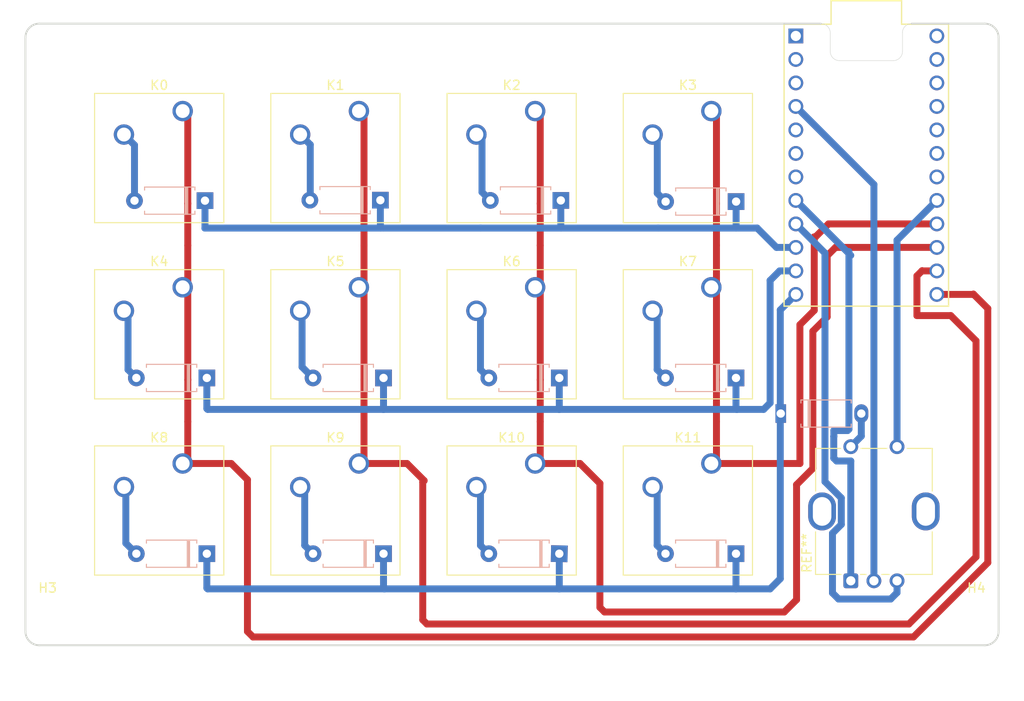
<source format=kicad_pcb>
(kicad_pcb (version 20221018) (generator pcbnew)
  (layers (0 "F.Cu" signal) (31 "B.Cu" signal) (34 "B.Paste" user) (35 "F.Paste" user) (36 "B.SilkS" user "B.Silkscreen") (37 "F.SilkS" user "F.Silkscreen") (38 "B.Mask" user) (39 "F.Mask" user) (44 "Edge.Cuts" user))
  (net 0 "")
  (net 1 "Net-(U1-Pad42)")
  (net 2 "/Row_0")
  (net 3 "/Row_1")
  (net 4 "/Row_2")
  (net 5 "/Col_0")
  (net 6 "/Col_1")
  (net 7 "/Col_2")
  (net 8 "/Col_3")
  (net 9 "/Col_4")
  (net 10 "Net-(D0-Pad2)")
  (net 11 "Net-(D1-Pad2)")
  (net 12 "Net-(D2-Pad2)")
  (net 13 "Net-(D3-Pad2)")
  (net 14 "Net-(D4-Pad2)")
  (net 15 "Net-(D5-Pad2)")
  (net 16 "Net-(D6-Pad2)")
  (net 17 "Net-(D7-Pad2)")
  (net 18 "Net-(D8-Pad2)")
  (net 19 "Net-(D9-Pad2)")
  (net 20 "Net-(D10-Pad2)")
  (net 21 "Net-(D11-Pad2)")
  (net 22 "Encoder_A")
  (net 23 "Encoder_B")
  (net 24 "Encoder_C")
  (footprint "Button_Switch_Keyboard:SW_Cherry_MX_1.00u_PCB" (layer "F.Cu") (at 165.5 108.45)
    (fp_text reference "K0" (at -2.54 -2.794) (layer "F.SilkS"))
    (fp_text value "Blank" hide)
    (pad "" np_thru_hole circle (at -7.62 5.08) (size 1.7 1.7) (drill 1.7) (layers "*.Cu" "*.Mask"))
    (pad "" np_thru_hole circle (at -2.54 5.08) (size 4 4) (drill 4) (layers "*.Cu" "*.Mask"))
    (pad "" np_thru_hole circle (at 2.54 5.08) (size 1.7 1.7) (drill 1.7) (layers "*.Cu" "*.Mask"))
    (pad "1" thru_hole circle (at 0 0) (size 2.2 2.2) (drill 1.5) (layers "*.Cu" "*.Mask") (net 5 "/Col_0"))
    (pad "2" thru_hole circle (at -6.35 2.54) (size 2.2 2.2) (drill 1.5) (layers "*.Cu" "*.Mask") (net 10 "Net-(D0-Pad2)"))
  )
  (footprint "MountingHole:MountingHole_3.2mm_M3_DIN965" (layer "F.Cu") (at 251.3 101.4)
    (fp_text reference "H2" hide)
    (fp_text value "MountingHole")
    (pad "" np_thru_hole circle (at 0 0) (size 3.2 3.2) (drill 3.2) (layers "*.Cu" "*.Mask"))
  )
  (footprint "MountingHole:MountingHole_3.2mm_M3_DIN965" (layer "F.Cu") (at 150.9 163.8)
    (fp_text reference "H3" (at 0 -3.8) (layer "F.SilkS"))
    (fp_text value "MountingHole")
    (pad "" np_thru_hole circle (at 0 0) (size 3.2 3.2) (drill 3.2) (layers "*.Cu" "*.Mask"))
  )
  (footprint "MountingHole:MountingHole_3.2mm_M3_DIN965" (layer "F.Cu") (at 251.3 163.8)
    (fp_text reference "H4" (at 0 -3.8) (layer "F.SilkS"))
    (fp_text value "MountingHole")
    (pad "" np_thru_hole circle (at 0 0) (size 3.2 3.2) (drill 3.2) (layers "*.Cu" "*.Mask"))
  )
  (footprint "MountingHole:MountingHole_3.2mm_M3_DIN965" (layer "F.Cu") (at 150.9 101.4)
    (fp_text reference "H1" hide)
    (fp_text value "MountingHole")
    (pad "" np_thru_hole circle (at 0 0) (size 3.2 3.2) (drill 3.2) (layers "*.Cu" "*.Mask"))
  )
  (footprint "Button_Switch_Keyboard:SW_Cherry_MX_1.00u_PCB" (layer "F.Cu") (at 222.65 127.5)
    (fp_text reference "K7" (at -2.54 -2.794) (layer "F.SilkS"))
    (fp_text value "Blank" hide)
    (pad "" np_thru_hole circle (at -7.62 5.08) (size 1.7 1.7) (drill 1.7) (layers "*.Cu" "*.Mask"))
    (pad "" np_thru_hole circle (at -2.54 5.08) (size 4 4) (drill 4) (layers "*.Cu" "*.Mask"))
    (pad "" np_thru_hole circle (at 2.54 5.08) (size 1.7 1.7) (drill 1.7) (layers "*.Cu" "*.Mask"))
    (pad "1" thru_hole circle (at 0 0) (size 2.2 2.2) (drill 1.5) (layers "*.Cu" "*.Mask") (net 8 "/Col_3"))
    (pad "2" thru_hole circle (at -6.35 2.54) (size 2.2 2.2) (drill 1.5) (layers "*.Cu" "*.Mask") (net 17 "Net-(D7-Pad2)"))
  )
  (footprint "ProMicro-EnforcedTop" (layer "F.Cu") (at 239.4 114.3 -90)
    (fp_text reference "REF**" hide)
    (fp_text value "ProMicro-EnforcedTop" hide)
    (pad "1" thru_hole rect (at -13.97 7.62 270) (size 1.6 1.6) (drill 1.1) (layers "*.Cu" "*.Mask"))
    (pad "2" thru_hole circle (at -11.43 7.62 270) (size 1.6 1.6) (drill 1.1) (layers "*.Cu" "*.Mask"))
    (pad "3" thru_hole circle (at -8.89 7.62 270) (size 1.6 1.6) (drill 1.1) (layers "*.Cu" "*.Mask"))
    (pad "4" thru_hole circle (at -6.35 7.62 270) (size 1.6 1.6) (drill 1.1) (layers "*.Cu" "*.Mask") (net 24 "Encoder_C"))
    (pad "5" thru_hole circle (at -3.81 7.62 270) (size 1.6 1.6) (drill 1.1) (layers "*.Cu" "*.Mask"))
    (pad "6" thru_hole circle (at -1.27 7.62 270) (size 1.6 1.6) (drill 1.1) (layers "*.Cu" "*.Mask"))
    (pad "7" thru_hole circle (at 1.27 7.62 270) (size 1.6 1.6) (drill 1.1) (layers "*.Cu" "*.Mask"))
    (pad "8" thru_hole circle (at 3.81 7.62 270) (size 1.6 1.6) (drill 1.1) (layers "*.Cu" "*.Mask") (net 22 "Encoder_A"))
    (pad "9" thru_hole circle (at 6.35 7.62 270) (size 1.6 1.6) (drill 1.1) (layers "*.Cu" "*.Mask") (net 23 "Encoder_B"))
    (pad "10" thru_hole circle (at 8.89 7.62 270) (size 1.6 1.6) (drill 1.1) (layers "*.Cu" "*.Mask") (net 2 "/Row_0"))
    (pad "11" thru_hole circle (at 11.43 7.62 270) (size 1.6 1.6) (drill 1.1) (layers "*.Cu" "*.Mask") (net 3 "/Row_1"))
    (pad "12" thru_hole circle (at 13.97 7.62 270) (size 1.6 1.6) (drill 1.1) (layers "*.Cu" "*.Mask") (net 4 "/Row_2"))
    (pad "13" thru_hole circle (at 13.97 -7.62 270) (size 1.6 1.6) (drill 1.1) (layers "*.Cu" "*.Mask") (net 5 "/Col_0"))
    (pad "14" thru_hole circle (at 11.43 -7.62 270) (size 1.6 1.6) (drill 1.1) (layers "*.Cu" "*.Mask") (net 6 "/Col_1"))
    (pad "15" thru_hole circle (at 8.89 -7.62 270) (size 1.6 1.6) (drill 1.1) (layers "*.Cu" "*.Mask") (net 7 "/Col_2"))
    (pad "16" thru_hole circle (at 6.35 -7.62 270) (size 1.6 1.6) (drill 1.1) (layers "*.Cu" "*.Mask") (net 8 "/Col_3"))
    (pad "17" thru_hole circle (at 3.81 -7.62 270) (size 1.6 1.6) (drill 1.1) (layers "*.Cu" "*.Mask") (net 9 "/Col_4"))
    (pad "18" thru_hole circle (at 1.27 -7.62 270) (size 1.6 1.6) (drill 1.1) (layers "*.Cu" "*.Mask"))
    (pad "19" thru_hole circle (at -1.27 -7.62 270) (size 1.6 1.6) (drill 1.1) (layers "*.Cu" "*.Mask"))
    (pad "20" thru_hole circle (at -3.81 -7.62 270) (size 1.6 1.6) (drill 1.1) (layers "*.Cu" "*.Mask"))
    (pad "21" thru_hole circle (at -6.35 -7.62 270) (size 1.6 1.6) (drill 1.1) (layers "*.Cu" "*.Mask"))
    (pad "22" thru_hole circle (at -8.89 -7.62 270) (size 1.6 1.6) (drill 1.1) (layers "*.Cu" "*.Mask"))
    (pad "23" thru_hole circle (at -11.43 -7.62 270) (size 1.6 1.6) (drill 1.1) (layers "*.Cu" "*.Mask"))
    (pad "24" thru_hole circle (at -13.97 -7.62 270) (size 1.6 1.6) (drill 1.1) (layers "*.Cu" "*.Mask"))
  )
  (footprint "Button_Switch_Keyboard:SW_Cherry_MX_1.00u_PCB" (layer "F.Cu") (at 222.65 108.45)
    (fp_text reference "K3" (at -2.54 -2.794) (layer "F.SilkS"))
    (fp_text value "Blank" hide)
    (pad "" np_thru_hole circle (at -7.62 5.08) (size 1.7 1.7) (drill 1.7) (layers "*.Cu" "*.Mask"))
    (pad "" np_thru_hole circle (at -2.54 5.08) (size 4 4) (drill 4) (layers "*.Cu" "*.Mask"))
    (pad "" np_thru_hole circle (at 2.54 5.08) (size 1.7 1.7) (drill 1.7) (layers "*.Cu" "*.Mask"))
    (pad "1" thru_hole circle (at 0 0) (size 2.2 2.2) (drill 1.5) (layers "*.Cu" "*.Mask") (net 8 "/Col_3"))
    (pad "2" thru_hole circle (at -6.35 2.54) (size 2.2 2.2) (drill 1.5) (layers "*.Cu" "*.Mask") (net 13 "Net-(D3-Pad2)"))
  )
  (footprint "Button_Switch_Keyboard:SW_Cherry_MX_1.00u_PCB" (layer "F.Cu") (at 184.55 127.5)
    (fp_text reference "K5" (at -2.54 -2.794) (layer "F.SilkS"))
    (fp_text value "Blank" hide)
    (pad "" np_thru_hole circle (at -7.62 5.08) (size 1.7 1.7) (drill 1.7) (layers "*.Cu" "*.Mask"))
    (pad "" np_thru_hole circle (at -2.54 5.08) (size 4 4) (drill 4) (layers "*.Cu" "*.Mask"))
    (pad "" np_thru_hole circle (at 2.54 5.08) (size 1.7 1.7) (drill 1.7) (layers "*.Cu" "*.Mask"))
    (pad "1" thru_hole circle (at 0 0) (size 2.2 2.2) (drill 1.5) (layers "*.Cu" "*.Mask") (net 6 "/Col_1"))
    (pad "2" thru_hole circle (at -6.35 2.54) (size 2.2 2.2) (drill 1.5) (layers "*.Cu" "*.Mask") (net 15 "Net-(D5-Pad2)"))
  )
  (footprint "Button_Switch_Keyboard:SW_Cherry_MX_1.00u_PCB" (layer "F.Cu") (at 203.6 108.45)
    (fp_text reference "K2" (at -2.54 -2.794) (layer "F.SilkS"))
    (fp_text value "Blank" hide)
    (pad "" np_thru_hole circle (at -7.62 5.08) (size 1.7 1.7) (drill 1.7) (layers "*.Cu" "*.Mask"))
    (pad "" np_thru_hole circle (at -2.54 5.08) (size 4 4) (drill 4) (layers "*.Cu" "*.Mask"))
    (pad "" np_thru_hole circle (at 2.54 5.08) (size 1.7 1.7) (drill 1.7) (layers "*.Cu" "*.Mask"))
    (pad "1" thru_hole circle (at 0 0) (size 2.2 2.2) (drill 1.5) (layers "*.Cu" "*.Mask") (net 7 "/Col_2"))
    (pad "2" thru_hole circle (at -6.35 2.54) (size 2.2 2.2) (drill 1.5) (layers "*.Cu" "*.Mask") (net 12 "Net-(D2-Pad2)"))
  )
  (footprint "Button_Switch_Keyboard:SW_Cherry_MX_1.00u_PCB" (layer "F.Cu") (at 222.65 146.55)
    (fp_text reference "K11" (at -2.54 -2.794) (layer "F.SilkS"))
    (fp_text value "Blank" hide)
    (pad "" np_thru_hole circle (at -7.62 5.08) (size 1.7 1.7) (drill 1.7) (layers "*.Cu" "*.Mask"))
    (pad "" np_thru_hole circle (at -2.54 5.08) (size 4 4) (drill 4) (layers "*.Cu" "*.Mask"))
    (pad "" np_thru_hole circle (at 2.54 5.08) (size 1.7 1.7) (drill 1.7) (layers "*.Cu" "*.Mask"))
    (pad "1" thru_hole circle (at 0 0) (size 2.2 2.2) (drill 1.5) (layers "*.Cu" "*.Mask") (net 8 "/Col_3"))
    (pad "2" thru_hole circle (at -6.35 2.54) (size 2.2 2.2) (drill 1.5) (layers "*.Cu" "*.Mask") (net 21 "Net-(D11-Pad2)"))
  )
  (footprint "Button_Switch_Keyboard:SW_Cherry_MX_1.00u_PCB" (layer "F.Cu") (at 184.55 146.55)
    (fp_text reference "K9" (at -2.54 -2.794) (layer "F.SilkS"))
    (fp_text value "Blank" hide)
    (pad "" np_thru_hole circle (at -7.62 5.08) (size 1.7 1.7) (drill 1.7) (layers "*.Cu" "*.Mask"))
    (pad "" np_thru_hole circle (at -2.54 5.08) (size 4 4) (drill 4) (layers "*.Cu" "*.Mask"))
    (pad "" np_thru_hole circle (at 2.54 5.08) (size 1.7 1.7) (drill 1.7) (layers "*.Cu" "*.Mask"))
    (pad "1" thru_hole circle (at 0 0) (size 2.2 2.2) (drill 1.5) (layers "*.Cu" "*.Mask") (net 6 "/Col_1"))
    (pad "2" thru_hole circle (at -6.35 2.54) (size 2.2 2.2) (drill 1.5) (layers "*.Cu" "*.Mask") (net 19 "Net-(D9-Pad2)"))
  )
  (footprint "Button_Switch_Keyboard:SW_Cherry_MX_1.00u_PCB" (layer "F.Cu") (at 165.5 146.55)
    (fp_text reference "K8" (at -2.54 -2.794) (layer "F.SilkS"))
    (fp_text value "Blank" hide)
    (pad "" np_thru_hole circle (at -7.62 5.08) (size 1.7 1.7) (drill 1.7) (layers "*.Cu" "*.Mask"))
    (pad "" np_thru_hole circle (at -2.54 5.08) (size 4 4) (drill 4) (layers "*.Cu" "*.Mask"))
    (pad "" np_thru_hole circle (at 2.54 5.08) (size 1.7 1.7) (drill 1.7) (layers "*.Cu" "*.Mask"))
    (pad "1" thru_hole circle (at 0 0) (size 2.2 2.2) (drill 1.5) (layers "*.Cu" "*.Mask") (net 5 "/Col_0"))
    (pad "2" thru_hole circle (at -6.35 2.54) (size 2.2 2.2) (drill 1.5) (layers "*.Cu" "*.Mask") (net 18 "Net-(D8-Pad2)"))
  )
  (footprint "Button_Switch_Keyboard:SW_Cherry_MX_1.00u_PCB" (layer "F.Cu") (at 203.6 127.5)
    (fp_text reference "K6" (at -2.54 -2.794) (layer "F.SilkS"))
    (fp_text value "Blank" hide)
    (pad "" np_thru_hole circle (at -7.62 5.08) (size 1.7 1.7) (drill 1.7) (layers "*.Cu" "*.Mask"))
    (pad "" np_thru_hole circle (at -2.54 5.08) (size 4 4) (drill 4) (layers "*.Cu" "*.Mask"))
    (pad "" np_thru_hole circle (at 2.54 5.08) (size 1.7 1.7) (drill 1.7) (layers "*.Cu" "*.Mask"))
    (pad "1" thru_hole circle (at 0 0) (size 2.2 2.2) (drill 1.5) (layers "*.Cu" "*.Mask") (net 7 "/Col_2"))
    (pad "2" thru_hole circle (at -6.35 2.54) (size 2.2 2.2) (drill 1.5) (layers "*.Cu" "*.Mask") (net 16 "Net-(D6-Pad2)"))
  )
  (footprint "Button_Switch_Keyboard:SW_Cherry_MX_1.00u_PCB" (layer "F.Cu") (at 203.6 146.55)
    (fp_text reference "K10" (at -2.54 -2.794) (layer "F.SilkS"))
    (fp_text value "Blank" hide)
    (pad "" np_thru_hole circle (at -7.62 5.08) (size 1.7 1.7) (drill 1.7) (layers "*.Cu" "*.Mask"))
    (pad "" np_thru_hole circle (at -2.54 5.08) (size 4 4) (drill 4) (layers "*.Cu" "*.Mask"))
    (pad "" np_thru_hole circle (at 2.54 5.08) (size 1.7 1.7) (drill 1.7) (layers "*.Cu" "*.Mask"))
    (pad "1" thru_hole circle (at 0 0) (size 2.2 2.2) (drill 1.5) (layers "*.Cu" "*.Mask") (net 7 "/Col_2"))
    (pad "2" thru_hole circle (at -6.35 2.54) (size 2.2 2.2) (drill 1.5) (layers "*.Cu" "*.Mask") (net 20 "Net-(D10-Pad2)"))
  )
  (footprint "Button_Switch_Keyboard:SW_Cherry_MX_1.00u_PCB" (layer "F.Cu") (at 165.5 127.5)
    (fp_text reference "K4" (at -2.54 -2.794) (layer "F.SilkS"))
    (fp_text value "Blank" hide)
    (pad "" np_thru_hole circle (at -7.62 5.08) (size 1.7 1.7) (drill 1.7) (layers "*.Cu" "*.Mask"))
    (pad "" np_thru_hole circle (at -2.54 5.08) (size 4 4) (drill 4) (layers "*.Cu" "*.Mask"))
    (pad "" np_thru_hole circle (at 2.54 5.08) (size 1.7 1.7) (drill 1.7) (layers "*.Cu" "*.Mask"))
    (pad "1" thru_hole circle (at 0 0) (size 2.2 2.2) (drill 1.5) (layers "*.Cu" "*.Mask") (net 5 "/Col_0"))
    (pad "2" thru_hole circle (at -6.35 2.54) (size 2.2 2.2) (drill 1.5) (layers "*.Cu" "*.Mask") (net 14 "Net-(D4-Pad2)"))
  )
  (footprint "Button_Switch_Keyboard:SW_Cherry_MX_1.00u_PCB" (layer "F.Cu") (at 184.55 108.45)
    (fp_text reference "K1" (at -2.54 -2.794) (layer "F.SilkS"))
    (fp_text value "Blank" hide)
    (pad "" np_thru_hole circle (at -7.62 5.08) (size 1.7 1.7) (drill 1.7) (layers "*.Cu" "*.Mask"))
    (pad "" np_thru_hole circle (at -2.54 5.08) (size 4 4) (drill 4) (layers "*.Cu" "*.Mask"))
    (pad "" np_thru_hole circle (at 2.54 5.08) (size 1.7 1.7) (drill 1.7) (layers "*.Cu" "*.Mask"))
    (pad "1" thru_hole circle (at 0 0) (size 2.2 2.2) (drill 1.5) (layers "*.Cu" "*.Mask") (net 6 "/Col_1"))
    (pad "2" thru_hole circle (at -6.35 2.54) (size 2.2 2.2) (drill 1.5) (layers "*.Cu" "*.Mask") (net 11 "Net-(D1-Pad2)"))
  )
  (footprint "Rotary_Encoder:RotaryEncoder_Bourns_Vertical_PEC12R-3x17F-Sxxxx" (layer "F.Cu") (at 237.72 159.23 90)
    (fp_text reference "REF**" (at 3 -4.75 90) (layer "F.SilkS"))
    (fp_text value "RotaryEncoder_Bourns_Vertical_PEC12R-3x17F-Sxxxx")
    (pad "A" thru_hole roundrect (at 0 0 90) (size 1.6 1.6) (drill 1) (layers "*.Cu" "*.Mask") (roundrect_rratio 0.15625) (net 22 "Encoder_A"))
    (pad "B" thru_hole circle (at 0 5 90) (size 1.6 1.6) (drill 1) (layers "*.Cu" "*.Mask") (net 23 "Encoder_B"))
    (pad "C" thru_hole circle (at 0 2.5 90) (size 1.6 1.6) (drill 1) (layers "*.Cu" "*.Mask") (net 24 "Encoder_C"))
    (pad "S1" thru_hole circle (at 14.5 0 90) (size 1.6 1.6) (drill 1) (layers "*.Cu" "*.Mask") (net 1 "Net-(U1-Pad42)"))
    (pad "S2" thru_hole circle (at 14.5 5 90) (size 1.6 1.6) (drill 1) (layers "*.Cu" "*.Mask") (net 9 "/Col_4"))
    (pad "SH" thru_hole oval (at 7.5 -3.1 90) (size 4.1 3) (drill oval 3.1 2) (layers "*.Cu" "*.Mask"))
    (pad "SH" thru_hole oval (at 7.5 8.1 90) (size 4.1 3) (drill oval 3.1 2) (layers "*.Cu" "*.Mask"))
  )
  (footprint "Diode_THT:D_A-405_P7.62mm_Horizontal" (layer "B.Cu") (at 225.31 137.3 180)
    (fp_text reference " " (at 3.81 2.47) (layer "F.SilkS"))
    (fp_text value " " hide)
    (fp_text user " " (at 0 1.9) (layer "F.SilkS"))
    (pad "1" thru_hole rect (at 0 0 180) (size 1.8 1.8) (drill 0.9) (layers "*.Cu" "*.Mask") (net 3 "/Row_1"))
    (pad "2" thru_hole oval (at 7.62 0 180) (size 1.8 1.8) (drill 0.9) (layers "*.Cu" "*.Mask") (net 17 "Net-(D7-Pad2)"))
  )
  (footprint "Diode_THT:D_A-405_P7.62mm_Horizontal" (layer "B.Cu") (at 206.21 156.3 180)
    (fp_text reference " " (at 3.81 2.47) (layer "F.SilkS"))
    (fp_text value " " hide)
    (fp_text user " " (at 0 1.9) (layer "F.SilkS"))
    (pad "1" thru_hole rect (at 0 0 179) (size 1.8 1.8) (drill 0.9) (layers "*.Cu" "*.Mask") (net 4 "/Row_2"))
    (pad "2" thru_hole oval (at 7.62 0 180) (size 1.8 1.8) (drill 0.9) (layers "*.Cu" "*.Mask") (net 20 "Net-(D10-Pad2)"))
  )
  (footprint "Diode_THT:D_A-405_P7.62mm_Horizontal" (layer "B.Cu") (at 168.11 156.3 180)
    (fp_text reference " " (at 3.81 2.47) (layer "F.SilkS"))
    (fp_text value " " hide)
    (fp_text user " " (at 0 1.9) (layer "F.SilkS"))
    (pad "1" thru_hole rect (at 0 0 180) (size 1.8 1.8) (drill 0.9) (layers "*.Cu" "*.Mask") (net 4 "/Row_2"))
    (pad "2" thru_hole oval (at 7.62 0 180) (size 1.8 1.8) (drill 0.9) (layers "*.Cu" "*.Mask") (net 18 "Net-(D8-Pad2)"))
  )
  (footprint "Diode_THT:D_A-405_P7.62mm_Horizontal" (layer "B.Cu") (at 187.21 137.3 180)
    (fp_text reference " " (at 3.81 2.47) (layer "F.SilkS"))
    (fp_text value " " hide)
    (fp_text user " " (at 0 1.9) (layer "F.SilkS"))
    (pad "1" thru_hole rect (at 0 0 180) (size 1.8 1.8) (drill 0.9) (layers "*.Cu" "*.Mask") (net 3 "/Row_1"))
    (pad "2" thru_hole oval (at 7.62 0 180) (size 1.8 1.8) (drill 0.9) (layers "*.Cu" "*.Mask") (net 15 "Net-(D5-Pad2)"))
  )
  (footprint "Diode_THT:D_A-405_P7.62mm_Horizontal" (layer "B.Cu") (at 206.21 137.3 180)
    (fp_text reference " " (at 3.81 2.47) (layer "F.SilkS"))
    (fp_text value " " hide)
    (fp_text user " " (at 0 1.9) (layer "F.SilkS"))
    (pad "1" thru_hole rect (at 0 0 180) (size 1.8 1.8) (drill 0.9) (layers "*.Cu" "*.Mask") (net 3 "/Row_1"))
    (pad "2" thru_hole oval (at 7.62 0 180) (size 1.8 1.8) (drill 0.9) (layers "*.Cu" "*.Mask") (net 16 "Net-(D6-Pad2)"))
  )
  (footprint "Diode_THT:D_A-405_P7.62mm_Horizontal" (layer "B.Cu") (at 225.31 156.3 180)
    (fp_text reference " " (at 3.81 2.47) (layer "F.SilkS"))
    (fp_text value " " hide)
    (fp_text user " " (at 0 1.9) (layer "F.SilkS"))
    (pad "1" thru_hole rect (at 0 0 180) (size 1.8 1.8) (drill 0.9) (layers "*.Cu" "*.Mask") (net 4 "/Row_2"))
    (pad "2" thru_hole oval (at 7.62 0 180) (size 1.8 1.8) (drill 0.9) (layers "*.Cu" "*.Mask") (net 21 "Net-(D11-Pad2)"))
  )
  (footprint "Diode_THT:D_A-405_P7.62mm_Horizontal" (layer "B.Cu") (at 231.2375 141.15)
    (fp_text reference " " (at 3.81 2.47) (layer "F.SilkS"))
    (fp_text value " " hide)
    (fp_text user " " (at 0 1.9) (layer "F.SilkS"))
    (pad "1" thru_hole rect (at -1.0875 0) (size 1.15 2) (drill 0.9) (layers "*.Cu" "*.Mask") (net 4 "/Row_2"))
    (pad "2" thru_hole oval (at 7.62 0) (size 1.5 2) (drill 0.9) (layers "*.Cu" "*.Mask") (net 1 "Net-(U1-Pad42)"))
  )
  (footprint "Diode_THT:D_A-405_P7.62mm_Horizontal" (layer "B.Cu") (at 225.3234 118.237 180)
    (fp_text reference " " (at 3.81 2.47) (layer "F.SilkS"))
    (fp_text value " " hide)
    (fp_text user " " (at 0 1.9) (layer "F.SilkS"))
    (pad "1" thru_hole rect (at 0 0 180) (size 1.8 1.8) (drill 0.9) (layers "*.Cu" "*.Mask") (net 2 "/Row_0"))
    (pad "2" thru_hole oval (at 7.62 0 180) (size 1.8 1.8) (drill 0.9) (layers "*.Cu" "*.Mask") (net 13 "Net-(D3-Pad2)"))
  )
  (footprint "Diode_THT:D_A-405_P7.62mm_Horizontal" (layer "B.Cu") (at 167.91 118.1354 180)
    (fp_text reference " " (at 3.81 2.47) (layer "F.SilkS"))
    (fp_text value " " hide)
    (fp_text user " " (at 0 1.9) (layer "F.SilkS"))
    (pad "1" thru_hole rect (at 0 0 180) (size 1.8 1.8) (drill 0.9) (layers "*.Cu" "*.Mask") (net 2 "/Row_0"))
    (pad "2" thru_hole oval (at 7.62 0 180) (size 1.8 1.8) (drill 0.9) (layers "*.Cu" "*.Mask") (net 10 "Net-(D0-Pad2)"))
  )
  (footprint "Diode_THT:D_A-405_P7.62mm_Horizontal" (layer "B.Cu") (at 186.8678 118.0846 180)
    (fp_text reference " " (at 3.81 2.47) (layer "B.SilkS") (effects (justify mirror)))
    (fp_text value " " hide)
    (fp_text user " " (at 0 1.9) (layer "B.SilkS") (effects (justify mirror)))
    (pad "1" thru_hole rect (at 0 0 180) (size 1.8 1.8) (drill 0.9) (layers "*.Cu" "*.Mask") (net 2 "/Row_0"))
    (pad "2" thru_hole oval (at 7.62 0 180) (size 1.8 1.8) (drill 0.9) (layers "*.Cu" "*.Mask") (net 11 "Net-(D1-Pad2)"))
  )
  (footprint "Diode_THT:D_A-405_P7.62mm_Horizontal" (layer "B.Cu") (at 206.375 118.11 180)
    (fp_text reference " " (at 3.81 2.47) (layer "F.SilkS"))
    (fp_text value " " hide)
    (fp_text user " " (at 0 1.9) (layer "F.SilkS"))
    (pad "1" thru_hole rect (at 0 0 180) (size 1.8 1.8) (drill 0.9) (layers "*.Cu" "*.Mask") (net 2 "/Row_0"))
    (pad "2" thru_hole oval (at 7.62 0 180) (size 1.8 1.8) (drill 0.9) (layers "*.Cu" "*.Mask") (net 12 "Net-(D2-Pad2)"))
  )
  (footprint "Diode_THT:D_A-405_P7.62mm_Horizontal" (layer "B.Cu") (at 168.11 137.3 180)
    (fp_text reference " " (at 3.81 2.47) (layer "F.SilkS"))
    (fp_text value " " hide)
    (fp_text user " " (at 0 1.9) (layer "F.SilkS"))
    (pad "1" thru_hole rect (at 0 0 180) (size 1.8 1.8) (drill 0.9) (layers "*.Cu" "*.Mask") (net 3 "/Row_1"))
    (pad "2" thru_hole oval (at 7.62 0 180) (size 1.8 1.8) (drill 0.9) (layers "*.Cu" "*.Mask") (net 14 "Net-(D4-Pad2)"))
  )
  (footprint "Diode_THT:D_A-405_P7.62mm_Horizontal" (layer "B.Cu") (at 187.21 156.3 180)
    (fp_text reference " " (at 3.81 2.47) (layer "F.SilkS"))
    (fp_text value " " hide)
    (fp_text user " " (at 0 1.9) (layer "F.SilkS"))
    (pad "1" thru_hole rect (at 0 0 180) (size 1.8 1.8) (drill 0.9) (layers "*.Cu" "*.Mask") (net 4 "/Row_2"))
    (pad "2" thru_hole oval (at 7.62 0 180) (size 1.8 1.8) (drill 0.9) (layers "*.Cu" "*.Mask") (net 19 "Net-(D9-Pad2)"))
  )
  (gr_line (start 148.5 164.7) (end 148.5 100.5) (stroke (width 0.2)) (layer "Edge.Cuts"))
  (gr_line (start 252.2 166.2) (end 150 166.2) (stroke (width 0.2)) (layer "Edge.Cuts"))
  (gr_line (start 236.5 103) (end 242.31 103) (stroke (width 0.05)) (layer "Edge.Cuts"))
  (gr_arc (start 234.48 99) (mid 235.197106 99.288751) (end 235.499999 100) (stroke (width 0.05)) (layer "Edge.Cuts"))
  (gr_arc (start 150 166.2) (mid 148.93934 165.76066) (end 148.5 164.7) (stroke (width 0.2)) (layer "Edge.Cuts"))
  (gr_arc (start 148.5 100.5) (mid 148.93934 99.43934) (end 150 99) (stroke (width 0.2)) (layer "Edge.Cuts"))
  (gr_line (start 253.7 100.5) (end 253.7 164.7) (stroke (width 0.2)) (layer "Edge.Cuts"))
  (gr_arc (start 243.31 99.94) (mid 243.61532 99.262893) (end 244.31 99) (stroke (width 0.05)) (layer "Edge.Cuts"))
  (gr_arc (start 243.31 102) (mid 243.017107 102.707107) (end 242.31 103) (stroke (width 0.05)) (layer "Edge.Cuts"))
  (gr_line (start 243.31 99.94) (end 243.31 102) (stroke (width 0.05)) (layer "Edge.Cuts"))
  (gr_arc (start 236.5 103) (mid 235.792893 102.707107) (end 235.5 102) (stroke (width 0.05)) (layer "Edge.Cuts"))
  (gr_line (start 235.5 100) (end 235.5 102) (stroke (width 0.05)) (layer "Edge.Cuts"))
  (gr_arc (start 253.7 164.7) (mid 253.26066 165.76066) (end 252.2 166.2) (stroke (width 0.2)) (layer "Edge.Cuts"))
  (gr_arc (start 252.2 99) (mid 253.26066 99.43934) (end 253.7 100.5) (stroke (width 0.2)) (layer "Edge.Cuts"))
  (gr_line (start 150 99) (end 234.48 99) (stroke (width 0.2)) (layer "Edge.Cuts"))
  (gr_line (start 244.31 99) (end 252.2 99) (stroke (width 0.2)) (layer "Edge.Cuts"))
  (segment (start 238.8575 143.5925) (end 238.8575 141.15) (width 0.75) (layer "B.Cu") (net 1))
  (segment (start 237.72 144.73) (end 238.8575 143.5925) (width 0.75) (layer "B.Cu") (net 1))
  (segment (start 187.2 121.1) (end 197.7 121.1) (width 0.75) (layer "B.Cu") (net 2))
  (segment (start 206.375 121.0746) (end 206.4004 121.1) (width 0.75) (layer "B.Cu") (net 2))
  (segment (start 186.8678 121.0678) (end 186.9 121.1) (width 0.75) (layer "B.Cu") (net 2))
  (segment (start 186.9 121.1) (end 187.2 121.1) (width 0.75) (layer "B.Cu") (net 2))
  (segment (start 186.91 121.09) (end 186.9 121.1) (width 0.25) (layer "B.Cu") (net 2))
  (segment (start 186.8678 118.0846) (end 186.8678 121.0678) (width 0.75) (layer "B.Cu") (net 2))
  (segment (start 225.3234 118.237) (end 225.3234 121.1) (width 0.75) (layer "B.Cu") (net 2))
  (segment (start 167.91 121.09) (end 167.9 121.1) (width 0.75) (layer "B.Cu") (net 2))
  (segment (start 167.91 118.1354) (end 167.91 121.09) (width 0.75) (layer "B.Cu") (net 2))
  (segment (start 206.4004 121.1) (end 216.9 121.1) (width 0.75) (layer "B.Cu") (net 2))
  (segment (start 206.375 118.11) (end 206.375 121.0746) (width 0.75) (layer "B.Cu") (net 2))
  (segment (start 225.3234 121.1) (end 227.6 121.1) (width 0.75) (layer "B.Cu") (net 2))
  (segment (start 229.69 123.19) (end 231.78 123.19) (width 0.75) (layer "B.Cu") (net 2))
  (segment (start 227.6 121.1) (end 229.69 123.19) (width 0.75) (layer "B.Cu") (net 2))
  (segment (start 197.7 121.1) (end 206.4004 121.1) (width 0.75) (layer "B.Cu") (net 2))
  (segment (start 167.9 121.1) (end 186.9 121.1) (width 0.75) (layer "B.Cu") (net 2))
  (segment (start 216.9 121.1) (end 225.3234 121.1) (width 0.75) (layer "B.Cu") (net 2))
  (segment (start 168.11 140.61) (end 168.2 140.7) (width 0.75) (layer "B.Cu") (net 3))
  (segment (start 187.2 140.7) (end 206.2 140.7) (width 0.75) (layer "B.Cu") (net 3))
  (segment (start 168.11 137.3) (end 168.11 140.61) (width 0.75) (layer "B.Cu") (net 3))
  (segment (start 230.03 125.73) (end 231.78 125.73) (width 0.75) (layer "B.Cu") (net 3))
  (segment (start 229 140) (end 229 126.76) (width 0.75) (layer "B.Cu") (net 3))
  (segment (start 228.3 140.7) (end 229 140) (width 0.75) (layer "B.Cu") (net 3))
  (segment (start 206.2 140.7) (end 225.4 140.7) (width 0.75) (layer "B.Cu") (net 3))
  (segment (start 168.2 140.7) (end 187.2 140.7) (width 0.75) (layer "B.Cu") (net 3))
  (segment (start 225.31 140.61) (end 225.4 140.7) (width 0.75) (layer "B.Cu") (net 3))
  (segment (start 225.4 140.7) (end 228.3 140.7) (width 0.75) (layer "B.Cu") (net 3))
  (segment (start 229 126.76) (end 230.03 125.73) (width 0.75) (layer "B.Cu") (net 3))
  (segment (start 187.21 140.69) (end 187.2 140.7) (width 0.75) (layer "B.Cu") (net 3))
  (segment (start 225.31 137.3) (end 225.31 140.61) (width 0.75) (layer "B.Cu") (net 3))
  (segment (start 206.21 140.69) (end 206.2 140.7) (width 0.75) (layer "B.Cu") (net 3))
  (segment (start 206.21 137.3) (end 206.21 140.69) (width 0.75) (layer "B.Cu") (net 3))
  (segment (start 187.21 137.3) (end 187.21 140.69) (width 0.75) (layer "B.Cu") (net 3))
  (segment (start 225.3 160.1) (end 229 160.1) (width 0.75) (layer "B.Cu") (net 4))
  (segment (start 206.21 160.09) (end 206.2 160.1) (width 0.75) (layer "B.Cu") (net 4))
  (segment (start 225.31 160.09) (end 225.3 160.1) (width 0.75) (layer "B.Cu") (net 4))
  (segment (start 187.21 160.01) (end 187.3 160.1) (width 0.75) (layer "B.Cu") (net 4))
  (segment (start 187.21 156.3) (end 187.21 160.01) (width 0.75) (layer "B.Cu") (net 4))
  (segment (start 168.11 156.3) (end 168.11 160.01) (width 0.75) (layer "B.Cu") (net 4))
  (segment (start 225.31 156.3) (end 225.31 160.09) (width 0.75) (layer "B.Cu") (net 4))
  (segment (start 206.21 156.3) (end 206.21 160.09) (width 0.75) (layer "B.Cu") (net 4))
  (segment (start 230.1 129.95) (end 231.78 128.27) (width 0.75) (layer "B.Cu") (net 4))
  (segment (start 206.2 160.1) (end 225.3 160.1) (width 0.75) (layer "B.Cu") (net 4))
  (segment (start 230.1 141.15) (end 230.1 129.95) (width 0.75) (layer "B.Cu") (net 4))
  (segment (start 230.1 159) (end 230.1 141.15) (width 0.75) (layer "B.Cu") (net 4))
  (segment (start 168.11 160.01) (end 168.2 160.1) (width 0.75) (layer "B.Cu") (net 4))
  (segment (start 187.3 160.1) (end 206.2 160.1) (width 0.75) (layer "B.Cu") (net 4))
  (segment (start 230.15 141.15) (end 230.1 141.15) (width 0.75) (layer "B.Cu") (net 4))
  (segment (start 229 160.1) (end 230.1 159) (width 0.75) (layer "B.Cu") (net 4))
  (segment (start 168.2 160.1) (end 187.3 160.1) (width 0.75) (layer "B.Cu") (net 4))
  (segment (start 166.05 127.5) (end 166.05 123) (width 0.75) (layer "F.Cu") (net 5))
  (segment (start 170.75 146.55) (end 172.5 148.3) (width 0.75) (layer "F.Cu") (net 5))
  (segment (start 172.5 164.7) (end 173.1 165.3) (width 0.75) (layer "F.Cu") (net 5))
  (segment (start 166.05 146.55) (end 166.05 142.05) (width 0.75) (layer "F.Cu") (net 5))
  (segment (start 173.1 165.3) (end 244.5 165.3) (width 0.75) (layer "F.Cu") (net 5))
  (segment (start 166.05 108.45) (end 166.05 118.45) (width 0.75) (layer "F.Cu") (net 5))
  (segment (start 252.53 129.79) (end 250.98 128.24) (width 0.75) (layer "F.Cu") (net 5))
  (segment (start 244.5 165.3) (end 252.53 157.27) (width 0.75) (layer "F.Cu") (net 5))
  (segment (start 250.98 128.24) (end 250.95 128.27) (width 0.75) (layer "F.Cu") (net 5))
  (segment (start 166.05 137.5) (end 166.05 142) (width 0.75) (layer "F.Cu") (net 5))
  (segment (start 172.5 148.3) (end 172.5 164.7) (width 0.75) (layer "F.Cu") (net 5))
  (segment (start 166.05 118.45) (end 166.05 122.95) (width 0.75) (layer "F.Cu") (net 5))
  (segment (start 250.95 128.27) (end 247.02 128.27) (width 0.75) (layer "F.Cu") (net 5))
  (segment (start 165.5 146.55) (end 170.75 146.55) (width 0.75) (layer "F.Cu") (net 5))
  (segment (start 252.53 157.27) (end 252.53 129.79) (width 0.75) (layer "F.Cu") (net 5))
  (segment (start 166.05 127.5) (end 166.05 137.5) (width 0.75) (layer "F.Cu") (net 5))
  (segment (start 191.9 163.9) (end 244 163.9) (width 0.75) (layer "F.Cu") (net 6))
  (segment (start 251.26 133.29) (end 248.53 130.56) (width 0.75) (layer "F.Cu") (net 6))
  (segment (start 184.55 146.55) (end 189.75 146.55) (width 0.75) (layer "F.Cu") (net 6))
  (segment (start 185.1 118.45) (end 185.1 122.95) (width 0.75) (layer "F.Cu") (net 6))
  (segment (start 191.45 148.55) (end 191.45 163.45) (width 0.75) (layer "F.Cu") (net 6))
  (segment (start 185.1 127.5) (end 185.1 137.5) (width 0.75) (layer "F.Cu") (net 6))
  (segment (start 244 163.9) (end 251.26 156.64) (width 0.75) (layer "F.Cu") (net 6))
  (segment (start 245.43 125.71) (end 245.45 125.73) (width 0.75) (layer "F.Cu") (net 6))
  (segment (start 185.1 137.5) (end 185.1 142) (width 0.75) (layer "F.Cu") (net 6))
  (segment (start 185.1 108.45) (end 185.1 118.45) (width 0.75) (layer "F.Cu") (net 6))
  (segment (start 244.87 130.56) (end 244.87 126.27) (width 0.75) (layer "F.Cu") (net 6))
  (segment (start 189.75 146.55) (end 191.6 148.4) (width 0.75) (layer "F.Cu") (net 6))
  (segment (start 191.45 163.45) (end 191.9 163.9) (width 0.75) (layer "F.Cu") (net 6))
  (segment (start 191.6 148.4) (end 191.45 148.55) (width 0.75) (layer "F.Cu") (net 6))
  (segment (start 244.87 126.27) (end 245.43 125.71) (width 0.75) (layer "F.Cu") (net 6))
  (segment (start 245.45 125.73) (end 247.02 125.73) (width 0.75) (layer "F.Cu") (net 6))
  (segment (start 248.53 130.56) (end 244.87 130.56) (width 0.75) (layer "F.Cu") (net 6))
  (segment (start 251.26 156.64) (end 251.26 133.29) (width 0.75) (layer "F.Cu") (net 6))
  (segment (start 185.1 127.5) (end 185.1 123) (width 0.75) (layer "F.Cu") (net 6))
  (segment (start 185.1 146.55) (end 185.1 142.05) (width 0.75) (layer "F.Cu") (net 6))
  (segment (start 235.17 124.09) (end 236.08 123.18) (width 0.75) (layer "F.Cu") (net 7))
  (segment (start 210.6 148.7) (end 210.6 162.1) (width 0.75) (layer "F.Cu") (net 7))
  (segment (start 204.15 108.45) (end 204.15 118.45) (width 0.75) (layer "F.Cu") (net 7))
  (segment (start 236.08 123.18) (end 236.09 123.19) (width 0.75) (layer "F.Cu") (net 7))
  (segment (start 236.09 123.19) (end 247.02 123.19) (width 0.75) (layer "F.Cu") (net 7))
  (segment (start 235.17 130.7) (end 235.17 124.09) (width 0.75) (layer "F.Cu") (net 7))
  (segment (start 204.15 127.5) (end 204.15 123) (width 0.75) (layer "F.Cu") (net 7))
  (segment (start 231.86 148.84) (end 233.62 147.08) (width 0.75) (layer "F.Cu") (net 7))
  (segment (start 204.15 146.55) (end 204.15 142.05) (width 0.75) (layer "F.Cu") (net 7))
  (segment (start 210.6 162.1) (end 211.1 162.6) (width 0.75) (layer "F.Cu") (net 7))
  (segment (start 204.15 118.45) (end 204.15 122.95) (width 0.75) (layer "F.Cu") (net 7))
  (segment (start 211.1 162.6) (end 230.53 162.6) (width 0.75) (layer "F.Cu") (net 7))
  (segment (start 231.86 161.27) (end 231.86 148.84) (width 0.75) (layer "F.Cu") (net 7))
  (segment (start 203.6 146.55) (end 208.45 146.55) (width 0.75) (layer "F.Cu") (net 7))
  (segment (start 208.45 146.55) (end 210.6 148.7) (width 0.75) (layer "F.Cu") (net 7))
  (segment (start 233.62 147.08) (end 233.62 132.25) (width 0.75) (layer "F.Cu") (net 7))
  (segment (start 204.15 127.5) (end 204.15 137.5) (width 0.75) (layer "F.Cu") (net 7))
  (segment (start 204.15 137.5) (end 204.15 142) (width 0.75) (layer "F.Cu") (net 7))
  (segment (start 230.53 162.6) (end 231.86 161.27) (width 0.75) (layer "F.Cu") (net 7))
  (segment (start 233.62 132.25) (end 235.17 130.7) (width 0.75) (layer "F.Cu") (net 7))
  (segment (start 223.2 137.5) (end 223.2 142) (width 0.75) (layer "F.Cu") (net 8))
  (segment (start 223.2 146.55) (end 223.2 142.05) (width 0.75) (layer "F.Cu") (net 8))
  (segment (start 233.91 122.05) (end 235.31 120.65) (width 0.75) (layer "F.Cu") (net 8))
  (segment (start 223.2 127.5) (end 223.2 137.5) (width 0.75) (layer "F.Cu") (net 8))
  (segment (start 222.65 146.55) (end 232.22 146.55) (width 0.75) (layer "F.Cu") (net 8))
  (segment (start 223.2 127.5) (end 223.2 123) (width 0.75) (layer "F.Cu") (net 8))
  (segment (start 232.22 131.55) (end 233.77 130) (width 0.75) (layer "F.Cu") (net 8))
  (segment (start 223.2 108.45) (end 223.2 118.45) (width 0.75) (layer "F.Cu") (net 8))
  (segment (start 233.77 122.05) (end 233.91 122.05) (width 0.75) (layer "F.Cu") (net 8))
  (segment (start 232.22 146.55) (end 232.22 131.55) (width 0.75) (layer "F.Cu") (net 8))
  (segment (start 233.77 130) (end 233.77 122.05) (width 0.75) (layer "F.Cu") (net 8))
  (segment (start 235.31 120.65) (end 247.02 120.65) (width 0.75) (layer "F.Cu") (net 8))
  (segment (start 223.2 118.45) (end 223.2 122.95) (width 0.75) (layer "F.Cu") (net 8))
  (segment (start 242.72 122.41) (end 247.02 118.11) (width 0.75) (layer "B.Cu") (net 9))
  (segment (start 242.72 144.73) (end 242.72 122.41) (width 0.75) (layer "B.Cu") (net 9))
  (segment (start 160.29 112.13) (end 159.15 110.99) (width 0.75) (layer "B.Cu") (net 10))
  (segment (start 160.29 117.7) (end 160.29 112.13) (width 0.75) (layer "B.Cu") (net 10))
  (segment (start 179.29 117.8) (end 179.29 112.08) (width 0.75) (layer "B.Cu") (net 11))
  (segment (start 179.29 112.08) (end 178.2 110.99) (width 0.75) (layer "B.Cu") (net 11))
  (segment (start 198.755 118.11) (end 197.855 117.21) (width 0.75) (layer "B.Cu") (net 12))
  (segment (start 197.855 117.21) (end 197.855 111.595) (width 0.75) (layer "B.Cu") (net 12))
  (segment (start 197.855 111.595) (end 197.25 110.99) (width 0.75) (layer "B.Cu") (net 12))
  (segment (start 216.8034 117.337) (end 216.8034 111.4934) (width 0.75) (layer "B.Cu") (net 13))
  (segment (start 217.7034 118.237) (end 216.8034 117.337) (width 0.75) (layer "B.Cu") (net 13))
  (segment (start 216.8034 111.4934) (end 216.3 110.99) (width 0.75) (layer "B.Cu") (net 13))
  (segment (start 159.59 130.48) (end 159.15 130.04) (width 0.75) (layer "B.Cu") (net 14))
  (segment (start 159.59 136.4) (end 159.59 130.48) (width 0.75) (layer "B.Cu") (net 14))
  (segment (start 160.49 137.3) (end 159.59 136.4) (width 0.75) (layer "B.Cu") (net 14))
  (segment (start 178.405 136.115) (end 178.405 130.245) (width 0.75) (layer "B.Cu") (net 15))
  (segment (start 179.59 137.3) (end 178.405 136.115) (width 0.75) (layer "B.Cu") (net 15))
  (segment (start 178.405 130.245) (end 178.2 130.04) (width 0.75) (layer "B.Cu") (net 15))
  (segment (start 197.69 130.48) (end 197.25 130.04) (width 0.75) (layer "B.Cu") (net 16))
  (segment (start 198.59 137.3) (end 197.69 136.4) (width 0.75) (layer "B.Cu") (net 16))
  (segment (start 197.69 136.4) (end 197.69 130.48) (width 0.75) (layer "B.Cu") (net 16))
  (segment (start 216.79 130.53) (end 216.3 130.04) (width 0.75) (layer "B.Cu") (net 17))
  (segment (start 216.79 136.4) (end 216.79 130.53) (width 0.75) (layer "B.Cu") (net 17))
  (segment (start 217.69 137.3) (end 216.79 136.4) (width 0.75) (layer "B.Cu") (net 17))
  (segment (start 159.355 149.295) (end 159.15 149.09) (width 0.75) (layer "B.Cu") (net 18))
  (segment (start 159.355 155.165) (end 159.355 149.295) (width 0.75) (layer "B.Cu") (net 18))
  (segment (start 160.49 156.3) (end 159.355 155.165) (width 0.75) (layer "B.Cu") (net 18))
  (segment (start 178.69 155.4) (end 178.69 149.58) (width 0.75) (layer "B.Cu") (net 19))
  (segment (start 178.69 149.58) (end 178.2 149.09) (width 0.75) (layer "B.Cu") (net 19))
  (segment (start 179.59 156.3) (end 178.69 155.4) (width 0.75) (layer "B.Cu") (net 19))
  (segment (start 197.69 155.4) (end 197.69 149.53) (width 0.75) (layer "B.Cu") (net 20))
  (segment (start 197.69 149.53) (end 197.25 149.09) (width 0.75) (layer "B.Cu") (net 20))
  (segment (start 198.59 156.3) (end 197.69 155.4) (width 0.75) (layer "B.Cu") (net 20))
  (segment (start 217.69 156.3) (end 216.79 155.4) (width 0.75) (layer "B.Cu") (net 21))
  (segment (start 216.79 149.58) (end 216.3 149.09) (width 0.75) (layer "B.Cu") (net 21))
  (segment (start 216.79 155.4) (end 216.79 149.58) (width 0.75) (layer "B.Cu") (net 21))
  (segment (start 237.72 146.28) (end 236.19 146.28) (width 0.75) (layer "B.Cu") (net 22))
  (segment (start 236.19 146.28) (end 235.88 145.97) (width 0.75) (layer "B.Cu") (net 22))
  (segment (start 235.88 145.97) (end 235.88 143.62) (width 0.75) (layer "B.Cu") (net 22))
  (segment (start 237.52 142.84) (end 237.52 123.63) (width 0.75) (layer "B.Cu") (net 22))
  (segment (start 235.89 142.99) (end 237.37 142.99) (width 0.75) (layer "B.Cu") (net 22))
  (segment (start 237.72 124.05) (end 231.78 118.11) (width 0.75) (layer "B.Cu") (net 22))
  (segment (start 237.72 159.23) (end 237.72 146.28) (width 0.75) (layer "B.Cu") (net 22))
  (segment (start 235.89 142.99) (end 235.89 143.61) (width 0.75) (layer "B.Cu") (net 22))
  (segment (start 237.37 142.99) (end 237.52 142.84) (width 0.75) (layer "B.Cu") (net 22))
  (segment (start 235.89 143.61) (end 235.88 143.62) (width 0.75) (layer "B.Cu") (net 22))
  (segment (start 236.695 153.139493) (end 236.695 150.275) (width 0.75) (layer "B.Cu") (net 23))
  (segment (start 235.74 154.094493) (end 236.695 153.139493) (width 0.75) (layer "B.Cu") (net 23))
  (segment (start 242.72 159.23) (end 242.72 160.51) (width 0.75) (layer "B.Cu") (net 23))
  (segment (start 235.74 160.54) (end 235.74 154.094493) (width 0.75) (layer "B.Cu") (net 23))
  (segment (start 242.03 161.2) (end 236.4 161.2) (width 0.75) (layer "B.Cu") (net 23))
  (segment (start 234.93 148.51) (end 234.93 123.8) (width 0.75) (layer "B.Cu") (net 23))
  (segment (start 236.4 161.2) (end 235.74 160.54) (width 0.75) (layer "B.Cu") (net 23))
  (segment (start 236.695 150.275) (end 234.93 148.51) (width 0.75) (layer "B.Cu") (net 23))
  (segment (start 242.72 160.51) (end 242.03 161.2) (width 0.75) (layer "B.Cu") (net 23))
  (segment (start 234.93 123.8) (end 231.78 120.65) (width 0.75) (layer "B.Cu") (net 23))
  (segment (start 240.22 159.23) (end 240.22 116.39) (width 0.75) (layer "B.Cu") (net 24))
  (segment (start 240.22 116.39) (end 231.78 107.95) (width 0.75) (layer "B.Cu") (net 24))
)
</source>
